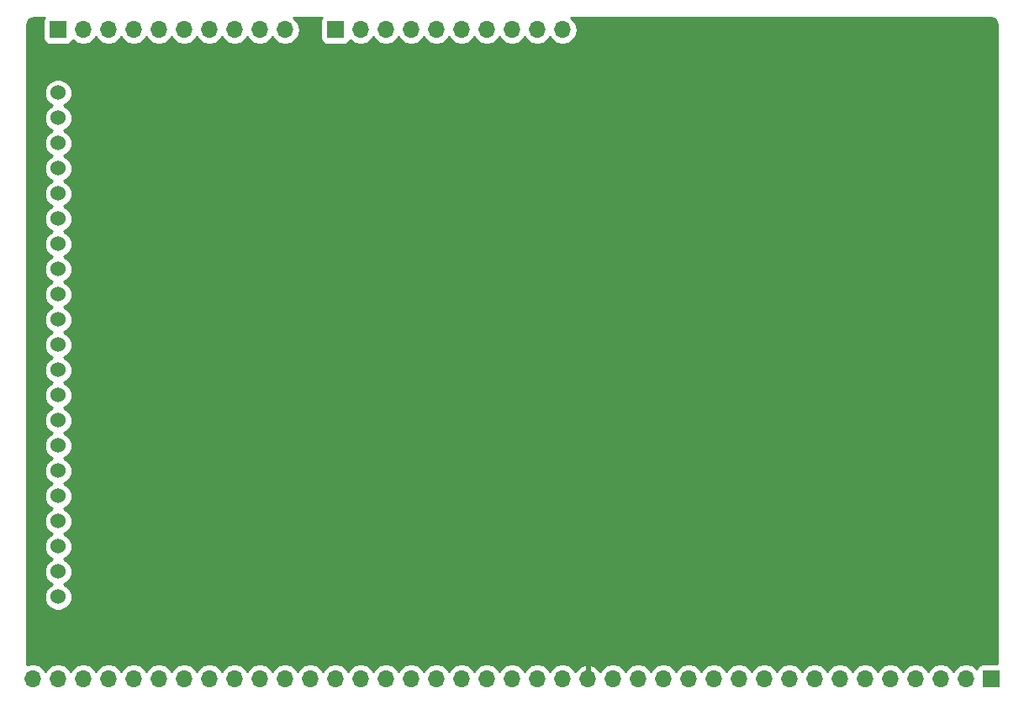
<source format=gbl>
G04 #@! TF.FileFunction,Copper,L2,Bot,Signal*
%FSLAX46Y46*%
G04 Gerber Fmt 4.6, Leading zero omitted, Abs format (unit mm)*
G04 Created by KiCad (PCBNEW 4.0.7) date 12/31/19 01:04:41*
%MOMM*%
%LPD*%
G01*
G04 APERTURE LIST*
%ADD10C,0.100000*%
%ADD11R,1.700000X1.700000*%
%ADD12O,1.700000X1.700000*%
%ADD13C,1.524000*%
%ADD14C,0.254000*%
G04 APERTURE END LIST*
D10*
D11*
X104140000Y-80010000D03*
D12*
X106680000Y-80010000D03*
X109220000Y-80010000D03*
X111760000Y-80010000D03*
X114300000Y-80010000D03*
X116840000Y-80010000D03*
X119380000Y-80010000D03*
X121920000Y-80010000D03*
X124460000Y-80010000D03*
X127000000Y-80010000D03*
D11*
X132080000Y-80010000D03*
D12*
X134620000Y-80010000D03*
X137160000Y-80010000D03*
X139700000Y-80010000D03*
X142240000Y-80010000D03*
X144780000Y-80010000D03*
X147320000Y-80010000D03*
X149860000Y-80010000D03*
X152400000Y-80010000D03*
X154940000Y-80010000D03*
D11*
X198120000Y-145415000D03*
D12*
X195580000Y-145415000D03*
X193040000Y-145415000D03*
X190500000Y-145415000D03*
X187960000Y-145415000D03*
X185420000Y-145415000D03*
X182880000Y-145415000D03*
X180340000Y-145415000D03*
X177800000Y-145415000D03*
X175260000Y-145415000D03*
X172720000Y-145415000D03*
X170180000Y-145415000D03*
X167640000Y-145415000D03*
X165100000Y-145415000D03*
X162560000Y-145415000D03*
X160020000Y-145415000D03*
X157480000Y-145415000D03*
X154940000Y-145415000D03*
X152400000Y-145415000D03*
X149860000Y-145415000D03*
X147320000Y-145415000D03*
X144780000Y-145415000D03*
X142240000Y-145415000D03*
X139700000Y-145415000D03*
X137160000Y-145415000D03*
X134620000Y-145415000D03*
X132080000Y-145415000D03*
X129540000Y-145415000D03*
X127000000Y-145415000D03*
X124460000Y-145415000D03*
X121920000Y-145415000D03*
X119380000Y-145415000D03*
X116840000Y-145415000D03*
X114300000Y-145415000D03*
X111760000Y-145415000D03*
X109220000Y-145415000D03*
X106680000Y-145415000D03*
X104140000Y-145415000D03*
X101600000Y-145415000D03*
D13*
X106680000Y-137160000D03*
X106680000Y-134620000D03*
X106680000Y-132080000D03*
X106680000Y-129540000D03*
X106680000Y-127000000D03*
X106680000Y-124460000D03*
X106680000Y-121920000D03*
X106680000Y-119380000D03*
X106680000Y-116840000D03*
X106680000Y-114300000D03*
X106680000Y-111760000D03*
X106680000Y-109220000D03*
X106680000Y-106680000D03*
X106680000Y-104140000D03*
X106680000Y-101600000D03*
X106680000Y-99060000D03*
X106680000Y-96520000D03*
X106680000Y-93980000D03*
X106680000Y-91440000D03*
X106680000Y-88900000D03*
X106680000Y-86360000D03*
X104140000Y-137160000D03*
X104140000Y-134620000D03*
X104140000Y-132080000D03*
X104140000Y-129540000D03*
X104140000Y-127000000D03*
X104140000Y-124460000D03*
X104140000Y-121920000D03*
X104140000Y-119380000D03*
X104140000Y-116840000D03*
X104140000Y-114300000D03*
X104140000Y-111760000D03*
X104140000Y-109220000D03*
X104140000Y-106680000D03*
X104140000Y-104140000D03*
X104140000Y-101600000D03*
X104140000Y-99060000D03*
X104140000Y-96520000D03*
X104140000Y-93980000D03*
X104140000Y-91440000D03*
X104140000Y-88900000D03*
X104140000Y-86360000D03*
X109220000Y-137160000D03*
X109220000Y-134620000D03*
X109220000Y-132080000D03*
X109220000Y-129540000D03*
X109220000Y-127000000D03*
X109220000Y-124460000D03*
X109220000Y-121920000D03*
X109220000Y-119380000D03*
X109220000Y-116840000D03*
X109220000Y-114300000D03*
X109220000Y-111760000D03*
X109220000Y-109220000D03*
X109220000Y-106680000D03*
X109220000Y-104140000D03*
X109220000Y-101600000D03*
X109220000Y-99060000D03*
X109220000Y-96520000D03*
X109220000Y-93980000D03*
X109220000Y-91440000D03*
X109220000Y-88900000D03*
X109220000Y-86360000D03*
X111760000Y-137160000D03*
X111760000Y-134620000D03*
X111760000Y-132080000D03*
X111760000Y-129540000D03*
X111760000Y-127000000D03*
X111760000Y-124460000D03*
X111760000Y-121920000D03*
X111760000Y-119380000D03*
X111760000Y-116840000D03*
X111760000Y-114300000D03*
X111760000Y-111760000D03*
X111760000Y-109220000D03*
X111760000Y-106680000D03*
X111760000Y-104140000D03*
X111760000Y-101600000D03*
X111760000Y-99060000D03*
X111760000Y-96520000D03*
X111760000Y-93980000D03*
X111760000Y-91440000D03*
X111760000Y-88900000D03*
X111760000Y-86360000D03*
X114300000Y-137160000D03*
X114300000Y-134620000D03*
X114300000Y-132080000D03*
X114300000Y-129540000D03*
X114300000Y-127000000D03*
X114300000Y-124460000D03*
X114300000Y-121920000D03*
X114300000Y-119380000D03*
X114300000Y-116840000D03*
X114300000Y-114300000D03*
X114300000Y-111760000D03*
X114300000Y-109220000D03*
X114300000Y-106680000D03*
X114300000Y-104140000D03*
X114300000Y-101600000D03*
X114300000Y-99060000D03*
X114300000Y-96520000D03*
X114300000Y-93980000D03*
X114300000Y-91440000D03*
X114300000Y-88900000D03*
X114300000Y-86360000D03*
X116840000Y-137160000D03*
X116840000Y-134620000D03*
X116840000Y-132080000D03*
X116840000Y-129540000D03*
X116840000Y-127000000D03*
X116840000Y-124460000D03*
X116840000Y-121920000D03*
X116840000Y-119380000D03*
X116840000Y-116840000D03*
X116840000Y-114300000D03*
X116840000Y-111760000D03*
X116840000Y-109220000D03*
X116840000Y-106680000D03*
X116840000Y-104140000D03*
X116840000Y-101600000D03*
X116840000Y-99060000D03*
X116840000Y-96520000D03*
X116840000Y-93980000D03*
X116840000Y-91440000D03*
X116840000Y-88900000D03*
X116840000Y-86360000D03*
X119380000Y-137160000D03*
X119380000Y-134620000D03*
X119380000Y-132080000D03*
X119380000Y-129540000D03*
X119380000Y-127000000D03*
X119380000Y-124460000D03*
X119380000Y-121920000D03*
X119380000Y-119380000D03*
X119380000Y-116840000D03*
X119380000Y-114300000D03*
X119380000Y-111760000D03*
X119380000Y-109220000D03*
X119380000Y-106680000D03*
X119380000Y-104140000D03*
X119380000Y-101600000D03*
X119380000Y-99060000D03*
X119380000Y-96520000D03*
X119380000Y-93980000D03*
X119380000Y-91440000D03*
X119380000Y-88900000D03*
X119380000Y-86360000D03*
X121920000Y-137160000D03*
X121920000Y-134620000D03*
X121920000Y-132080000D03*
X121920000Y-129540000D03*
X121920000Y-127000000D03*
X121920000Y-124460000D03*
X121920000Y-121920000D03*
X121920000Y-119380000D03*
X121920000Y-116840000D03*
X121920000Y-114300000D03*
X121920000Y-111760000D03*
X121920000Y-109220000D03*
X121920000Y-106680000D03*
X121920000Y-104140000D03*
X121920000Y-101600000D03*
X121920000Y-99060000D03*
X121920000Y-96520000D03*
X121920000Y-93980000D03*
X121920000Y-91440000D03*
X121920000Y-88900000D03*
X121920000Y-86360000D03*
X124460000Y-137160000D03*
X124460000Y-134620000D03*
X124460000Y-132080000D03*
X124460000Y-129540000D03*
X124460000Y-127000000D03*
X124460000Y-124460000D03*
X124460000Y-121920000D03*
X124460000Y-119380000D03*
X124460000Y-116840000D03*
X124460000Y-114300000D03*
X124460000Y-111760000D03*
X124460000Y-109220000D03*
X124460000Y-106680000D03*
X124460000Y-104140000D03*
X124460000Y-101600000D03*
X124460000Y-99060000D03*
X124460000Y-96520000D03*
X124460000Y-93980000D03*
X124460000Y-91440000D03*
X124460000Y-88900000D03*
X124460000Y-86360000D03*
X127000000Y-137160000D03*
X127000000Y-134620000D03*
X127000000Y-132080000D03*
X127000000Y-129540000D03*
X127000000Y-127000000D03*
X127000000Y-124460000D03*
X127000000Y-121920000D03*
X127000000Y-119380000D03*
X127000000Y-116840000D03*
X127000000Y-114300000D03*
X127000000Y-111760000D03*
X127000000Y-109220000D03*
X127000000Y-106680000D03*
X127000000Y-104140000D03*
X127000000Y-101600000D03*
X127000000Y-99060000D03*
X127000000Y-96520000D03*
X127000000Y-93980000D03*
X127000000Y-91440000D03*
X127000000Y-88900000D03*
X127000000Y-86360000D03*
X129540000Y-137160000D03*
X129540000Y-134620000D03*
X129540000Y-132080000D03*
X129540000Y-129540000D03*
X129540000Y-127000000D03*
X129540000Y-124460000D03*
X129540000Y-121920000D03*
X129540000Y-119380000D03*
X129540000Y-116840000D03*
X129540000Y-114300000D03*
X129540000Y-111760000D03*
X129540000Y-109220000D03*
X129540000Y-106680000D03*
X129540000Y-104140000D03*
X129540000Y-101600000D03*
X129540000Y-99060000D03*
X129540000Y-96520000D03*
X129540000Y-93980000D03*
X129540000Y-91440000D03*
X129540000Y-88900000D03*
X129540000Y-86360000D03*
X132080000Y-137160000D03*
X132080000Y-134620000D03*
X132080000Y-132080000D03*
X132080000Y-129540000D03*
X132080000Y-127000000D03*
X132080000Y-124460000D03*
X132080000Y-121920000D03*
X132080000Y-119380000D03*
X132080000Y-116840000D03*
X132080000Y-114300000D03*
X132080000Y-111760000D03*
X132080000Y-109220000D03*
X132080000Y-106680000D03*
X132080000Y-104140000D03*
X132080000Y-101600000D03*
X132080000Y-99060000D03*
X132080000Y-96520000D03*
X132080000Y-93980000D03*
X132080000Y-91440000D03*
X132080000Y-88900000D03*
X132080000Y-86360000D03*
X134620000Y-137160000D03*
X134620000Y-134620000D03*
X134620000Y-132080000D03*
X134620000Y-129540000D03*
X134620000Y-127000000D03*
X134620000Y-124460000D03*
X134620000Y-121920000D03*
X134620000Y-119380000D03*
X134620000Y-116840000D03*
X134620000Y-114300000D03*
X134620000Y-111760000D03*
X134620000Y-109220000D03*
X134620000Y-106680000D03*
X134620000Y-104140000D03*
X134620000Y-101600000D03*
X134620000Y-99060000D03*
X134620000Y-96520000D03*
X134620000Y-93980000D03*
X134620000Y-91440000D03*
X134620000Y-88900000D03*
X134620000Y-86360000D03*
X137160000Y-137160000D03*
X137160000Y-134620000D03*
X137160000Y-132080000D03*
X137160000Y-129540000D03*
X137160000Y-127000000D03*
X137160000Y-124460000D03*
X137160000Y-121920000D03*
X137160000Y-119380000D03*
X137160000Y-116840000D03*
X137160000Y-114300000D03*
X137160000Y-111760000D03*
X137160000Y-109220000D03*
X137160000Y-106680000D03*
X137160000Y-104140000D03*
X137160000Y-101600000D03*
X137160000Y-99060000D03*
X137160000Y-96520000D03*
X137160000Y-93980000D03*
X137160000Y-91440000D03*
X137160000Y-88900000D03*
X137160000Y-86360000D03*
X139700000Y-137160000D03*
X139700000Y-134620000D03*
X139700000Y-132080000D03*
X139700000Y-129540000D03*
X139700000Y-127000000D03*
X139700000Y-124460000D03*
X139700000Y-121920000D03*
X139700000Y-119380000D03*
X139700000Y-116840000D03*
X139700000Y-114300000D03*
X139700000Y-111760000D03*
X139700000Y-109220000D03*
X139700000Y-106680000D03*
X139700000Y-104140000D03*
X139700000Y-101600000D03*
X139700000Y-99060000D03*
X139700000Y-96520000D03*
X139700000Y-93980000D03*
X139700000Y-91440000D03*
X139700000Y-88900000D03*
X139700000Y-86360000D03*
X142240000Y-137160000D03*
X142240000Y-134620000D03*
X142240000Y-132080000D03*
X142240000Y-129540000D03*
X142240000Y-127000000D03*
X142240000Y-124460000D03*
X142240000Y-121920000D03*
X142240000Y-119380000D03*
X142240000Y-116840000D03*
X142240000Y-114300000D03*
X142240000Y-111760000D03*
X142240000Y-109220000D03*
X142240000Y-106680000D03*
X142240000Y-104140000D03*
X142240000Y-101600000D03*
X142240000Y-99060000D03*
X142240000Y-96520000D03*
X142240000Y-93980000D03*
X142240000Y-91440000D03*
X142240000Y-88900000D03*
X142240000Y-86360000D03*
X144780000Y-137160000D03*
X144780000Y-134620000D03*
X144780000Y-132080000D03*
X144780000Y-129540000D03*
X144780000Y-127000000D03*
X144780000Y-124460000D03*
X144780000Y-121920000D03*
X144780000Y-119380000D03*
X144780000Y-116840000D03*
X144780000Y-114300000D03*
X144780000Y-111760000D03*
X144780000Y-109220000D03*
X144780000Y-106680000D03*
X144780000Y-104140000D03*
X144780000Y-101600000D03*
X144780000Y-99060000D03*
X144780000Y-96520000D03*
X144780000Y-93980000D03*
X144780000Y-91440000D03*
X144780000Y-88900000D03*
X144780000Y-86360000D03*
X147320000Y-137160000D03*
X147320000Y-134620000D03*
X147320000Y-132080000D03*
X147320000Y-129540000D03*
X147320000Y-127000000D03*
X147320000Y-124460000D03*
X147320000Y-121920000D03*
X147320000Y-119380000D03*
X147320000Y-116840000D03*
X147320000Y-114300000D03*
X147320000Y-111760000D03*
X147320000Y-109220000D03*
X147320000Y-106680000D03*
X147320000Y-104140000D03*
X147320000Y-101600000D03*
X147320000Y-99060000D03*
X147320000Y-96520000D03*
X147320000Y-93980000D03*
X147320000Y-91440000D03*
X147320000Y-88900000D03*
X147320000Y-86360000D03*
X149860000Y-137160000D03*
X149860000Y-134620000D03*
X149860000Y-132080000D03*
X149860000Y-129540000D03*
X149860000Y-127000000D03*
X149860000Y-124460000D03*
X149860000Y-121920000D03*
X149860000Y-119380000D03*
X149860000Y-116840000D03*
X149860000Y-114300000D03*
X149860000Y-111760000D03*
X149860000Y-109220000D03*
X149860000Y-106680000D03*
X149860000Y-104140000D03*
X149860000Y-101600000D03*
X149860000Y-99060000D03*
X149860000Y-96520000D03*
X149860000Y-93980000D03*
X149860000Y-91440000D03*
X149860000Y-88900000D03*
X149860000Y-86360000D03*
X152400000Y-137160000D03*
X152400000Y-134620000D03*
X152400000Y-132080000D03*
X152400000Y-129540000D03*
X152400000Y-127000000D03*
X152400000Y-124460000D03*
X152400000Y-121920000D03*
X152400000Y-119380000D03*
X152400000Y-116840000D03*
X152400000Y-114300000D03*
X152400000Y-111760000D03*
X152400000Y-109220000D03*
X152400000Y-106680000D03*
X152400000Y-104140000D03*
X152400000Y-101600000D03*
X152400000Y-99060000D03*
X152400000Y-96520000D03*
X152400000Y-93980000D03*
X152400000Y-91440000D03*
X152400000Y-88900000D03*
X152400000Y-86360000D03*
X154940000Y-137160000D03*
X154940000Y-134620000D03*
X154940000Y-132080000D03*
X154940000Y-129540000D03*
X154940000Y-127000000D03*
X154940000Y-124460000D03*
X154940000Y-121920000D03*
X154940000Y-119380000D03*
X154940000Y-116840000D03*
X154940000Y-114300000D03*
X154940000Y-111760000D03*
X154940000Y-109220000D03*
X154940000Y-106680000D03*
X154940000Y-104140000D03*
X154940000Y-101600000D03*
X154940000Y-99060000D03*
X154940000Y-96520000D03*
X154940000Y-93980000D03*
X154940000Y-91440000D03*
X154940000Y-88900000D03*
X154940000Y-86360000D03*
X157480000Y-137160000D03*
X157480000Y-134620000D03*
X157480000Y-132080000D03*
X157480000Y-129540000D03*
X157480000Y-127000000D03*
X157480000Y-124460000D03*
X157480000Y-121920000D03*
X157480000Y-119380000D03*
X157480000Y-116840000D03*
X157480000Y-114300000D03*
X157480000Y-111760000D03*
X157480000Y-109220000D03*
X157480000Y-106680000D03*
X157480000Y-104140000D03*
X157480000Y-101600000D03*
X157480000Y-99060000D03*
X157480000Y-96520000D03*
X157480000Y-93980000D03*
X157480000Y-91440000D03*
X157480000Y-88900000D03*
X157480000Y-86360000D03*
X160020000Y-137160000D03*
X160020000Y-134620000D03*
X160020000Y-132080000D03*
X160020000Y-129540000D03*
X160020000Y-127000000D03*
X160020000Y-124460000D03*
X160020000Y-121920000D03*
X160020000Y-119380000D03*
X160020000Y-116840000D03*
X160020000Y-114300000D03*
X160020000Y-111760000D03*
X160020000Y-109220000D03*
X160020000Y-106680000D03*
X160020000Y-104140000D03*
X160020000Y-101600000D03*
X160020000Y-99060000D03*
X160020000Y-96520000D03*
X160020000Y-93980000D03*
X160020000Y-91440000D03*
X160020000Y-88900000D03*
X160020000Y-86360000D03*
X162560000Y-137160000D03*
X162560000Y-134620000D03*
X162560000Y-132080000D03*
X162560000Y-129540000D03*
X162560000Y-127000000D03*
X162560000Y-124460000D03*
X162560000Y-121920000D03*
X162560000Y-119380000D03*
X162560000Y-116840000D03*
X162560000Y-114300000D03*
X162560000Y-111760000D03*
X162560000Y-109220000D03*
X162560000Y-106680000D03*
X162560000Y-104140000D03*
X162560000Y-101600000D03*
X162560000Y-99060000D03*
X162560000Y-96520000D03*
X162560000Y-93980000D03*
X162560000Y-91440000D03*
X162560000Y-88900000D03*
X162560000Y-86360000D03*
X165100000Y-137160000D03*
X165100000Y-134620000D03*
X165100000Y-132080000D03*
X165100000Y-129540000D03*
X165100000Y-127000000D03*
X165100000Y-124460000D03*
X165100000Y-121920000D03*
X165100000Y-119380000D03*
X165100000Y-116840000D03*
X165100000Y-114300000D03*
X165100000Y-111760000D03*
X165100000Y-109220000D03*
X165100000Y-106680000D03*
X165100000Y-104140000D03*
X165100000Y-101600000D03*
X165100000Y-99060000D03*
X165100000Y-96520000D03*
X165100000Y-93980000D03*
X165100000Y-91440000D03*
X165100000Y-88900000D03*
X165100000Y-86360000D03*
X167640000Y-137160000D03*
X167640000Y-134620000D03*
X167640000Y-132080000D03*
X167640000Y-129540000D03*
X167640000Y-127000000D03*
X167640000Y-124460000D03*
X167640000Y-121920000D03*
X167640000Y-119380000D03*
X167640000Y-116840000D03*
X167640000Y-114300000D03*
X167640000Y-111760000D03*
X167640000Y-109220000D03*
X167640000Y-106680000D03*
X167640000Y-104140000D03*
X167640000Y-101600000D03*
X167640000Y-99060000D03*
X167640000Y-96520000D03*
X167640000Y-93980000D03*
X167640000Y-91440000D03*
X167640000Y-88900000D03*
X167640000Y-86360000D03*
X170180000Y-137160000D03*
X170180000Y-134620000D03*
X170180000Y-132080000D03*
X170180000Y-129540000D03*
X170180000Y-127000000D03*
X170180000Y-124460000D03*
X170180000Y-121920000D03*
X170180000Y-119380000D03*
X170180000Y-116840000D03*
X170180000Y-114300000D03*
X170180000Y-111760000D03*
X170180000Y-109220000D03*
X170180000Y-106680000D03*
X170180000Y-104140000D03*
X170180000Y-101600000D03*
X170180000Y-99060000D03*
X170180000Y-96520000D03*
X170180000Y-93980000D03*
X170180000Y-91440000D03*
X170180000Y-88900000D03*
X170180000Y-86360000D03*
X172720000Y-137160000D03*
X172720000Y-134620000D03*
X172720000Y-132080000D03*
X172720000Y-129540000D03*
X172720000Y-127000000D03*
X172720000Y-124460000D03*
X172720000Y-121920000D03*
X172720000Y-119380000D03*
X172720000Y-116840000D03*
X172720000Y-114300000D03*
X172720000Y-111760000D03*
X172720000Y-109220000D03*
X172720000Y-106680000D03*
X172720000Y-104140000D03*
X172720000Y-101600000D03*
X172720000Y-99060000D03*
X172720000Y-96520000D03*
X172720000Y-93980000D03*
X172720000Y-91440000D03*
X172720000Y-88900000D03*
X172720000Y-86360000D03*
X175260000Y-137160000D03*
X175260000Y-134620000D03*
X175260000Y-132080000D03*
X175260000Y-129540000D03*
X175260000Y-127000000D03*
X175260000Y-124460000D03*
X175260000Y-121920000D03*
X175260000Y-119380000D03*
X175260000Y-116840000D03*
X175260000Y-114300000D03*
X175260000Y-111760000D03*
X175260000Y-109220000D03*
X175260000Y-106680000D03*
X175260000Y-104140000D03*
X175260000Y-101600000D03*
X175260000Y-99060000D03*
X175260000Y-96520000D03*
X175260000Y-93980000D03*
X175260000Y-91440000D03*
X175260000Y-88900000D03*
X175260000Y-86360000D03*
X177800000Y-137160000D03*
X177800000Y-134620000D03*
X177800000Y-132080000D03*
X177800000Y-129540000D03*
X177800000Y-127000000D03*
X177800000Y-124460000D03*
X177800000Y-121920000D03*
X177800000Y-119380000D03*
X177800000Y-116840000D03*
X177800000Y-114300000D03*
X177800000Y-111760000D03*
X177800000Y-109220000D03*
X177800000Y-106680000D03*
X177800000Y-104140000D03*
X177800000Y-101600000D03*
X177800000Y-99060000D03*
X177800000Y-96520000D03*
X177800000Y-93980000D03*
X177800000Y-91440000D03*
X177800000Y-88900000D03*
X177800000Y-86360000D03*
X180340000Y-137160000D03*
X180340000Y-134620000D03*
X180340000Y-132080000D03*
X180340000Y-129540000D03*
X180340000Y-127000000D03*
X180340000Y-124460000D03*
X180340000Y-121920000D03*
X180340000Y-119380000D03*
X180340000Y-116840000D03*
X180340000Y-114300000D03*
X180340000Y-111760000D03*
X180340000Y-109220000D03*
X180340000Y-106680000D03*
X180340000Y-104140000D03*
X180340000Y-101600000D03*
X180340000Y-99060000D03*
X180340000Y-96520000D03*
X180340000Y-93980000D03*
X180340000Y-91440000D03*
X180340000Y-88900000D03*
X180340000Y-86360000D03*
X182880000Y-137160000D03*
X182880000Y-134620000D03*
X182880000Y-132080000D03*
X182880000Y-129540000D03*
X182880000Y-127000000D03*
X182880000Y-124460000D03*
X182880000Y-121920000D03*
X182880000Y-119380000D03*
X182880000Y-116840000D03*
X182880000Y-114300000D03*
X182880000Y-111760000D03*
X182880000Y-109220000D03*
X182880000Y-106680000D03*
X182880000Y-104140000D03*
X182880000Y-101600000D03*
X182880000Y-99060000D03*
X182880000Y-96520000D03*
X182880000Y-93980000D03*
X182880000Y-91440000D03*
X182880000Y-88900000D03*
X182880000Y-86360000D03*
X185420000Y-137160000D03*
X185420000Y-134620000D03*
X185420000Y-132080000D03*
X185420000Y-129540000D03*
X185420000Y-127000000D03*
X185420000Y-124460000D03*
X185420000Y-121920000D03*
X185420000Y-119380000D03*
X185420000Y-116840000D03*
X185420000Y-114300000D03*
X185420000Y-111760000D03*
X185420000Y-109220000D03*
X185420000Y-106680000D03*
X185420000Y-104140000D03*
X185420000Y-101600000D03*
X185420000Y-99060000D03*
X185420000Y-96520000D03*
X185420000Y-93980000D03*
X185420000Y-91440000D03*
X185420000Y-88900000D03*
X185420000Y-86360000D03*
X187960000Y-137160000D03*
X187960000Y-134620000D03*
X187960000Y-132080000D03*
X187960000Y-129540000D03*
X187960000Y-127000000D03*
X187960000Y-124460000D03*
X187960000Y-121920000D03*
X187960000Y-119380000D03*
X187960000Y-116840000D03*
X187960000Y-114300000D03*
X187960000Y-111760000D03*
X187960000Y-109220000D03*
X187960000Y-106680000D03*
X187960000Y-104140000D03*
X187960000Y-101600000D03*
X187960000Y-99060000D03*
X187960000Y-96520000D03*
X187960000Y-93980000D03*
X187960000Y-91440000D03*
X187960000Y-88900000D03*
X187960000Y-86360000D03*
X190500000Y-137160000D03*
X190500000Y-134620000D03*
X190500000Y-132080000D03*
X190500000Y-129540000D03*
X190500000Y-127000000D03*
X190500000Y-124460000D03*
X190500000Y-121920000D03*
X190500000Y-119380000D03*
X190500000Y-116840000D03*
X190500000Y-114300000D03*
X190500000Y-111760000D03*
X190500000Y-109220000D03*
X190500000Y-106680000D03*
X190500000Y-104140000D03*
X190500000Y-101600000D03*
X190500000Y-99060000D03*
X190500000Y-96520000D03*
X190500000Y-93980000D03*
X190500000Y-91440000D03*
X190500000Y-88900000D03*
X190500000Y-86360000D03*
X193040000Y-137160000D03*
X193040000Y-134620000D03*
X193040000Y-132080000D03*
X193040000Y-129540000D03*
X193040000Y-127000000D03*
X193040000Y-124460000D03*
X193040000Y-121920000D03*
X193040000Y-119380000D03*
X193040000Y-116840000D03*
X193040000Y-114300000D03*
X193040000Y-111760000D03*
X193040000Y-109220000D03*
X193040000Y-106680000D03*
X193040000Y-104140000D03*
X193040000Y-101600000D03*
X193040000Y-99060000D03*
X193040000Y-96520000D03*
X193040000Y-93980000D03*
X193040000Y-91440000D03*
X193040000Y-88900000D03*
X193040000Y-86360000D03*
X195580000Y-137160000D03*
X195580000Y-134620000D03*
X195580000Y-132080000D03*
X195580000Y-129540000D03*
X195580000Y-127000000D03*
X195580000Y-124460000D03*
X195580000Y-121920000D03*
X195580000Y-119380000D03*
X195580000Y-116840000D03*
X195580000Y-114300000D03*
X195580000Y-111760000D03*
X195580000Y-109220000D03*
X195580000Y-106680000D03*
X195580000Y-104140000D03*
X195580000Y-101600000D03*
X195580000Y-99060000D03*
X195580000Y-96520000D03*
X195580000Y-93980000D03*
X195580000Y-91440000D03*
X195580000Y-88900000D03*
X195580000Y-86360000D03*
D14*
G36*
X102693569Y-78908110D02*
X102642560Y-79160000D01*
X102642560Y-80860000D01*
X102686838Y-81095317D01*
X102825910Y-81311441D01*
X103038110Y-81456431D01*
X103290000Y-81507440D01*
X104990000Y-81507440D01*
X105225317Y-81463162D01*
X105441441Y-81324090D01*
X105586431Y-81111890D01*
X105600086Y-81044459D01*
X105629946Y-81089147D01*
X106111715Y-81411054D01*
X106680000Y-81524093D01*
X107248285Y-81411054D01*
X107730054Y-81089147D01*
X107950000Y-80759974D01*
X108169946Y-81089147D01*
X108651715Y-81411054D01*
X109220000Y-81524093D01*
X109788285Y-81411054D01*
X110270054Y-81089147D01*
X110490000Y-80759974D01*
X110709946Y-81089147D01*
X111191715Y-81411054D01*
X111760000Y-81524093D01*
X112328285Y-81411054D01*
X112810054Y-81089147D01*
X113030000Y-80759974D01*
X113249946Y-81089147D01*
X113731715Y-81411054D01*
X114300000Y-81524093D01*
X114868285Y-81411054D01*
X115350054Y-81089147D01*
X115570000Y-80759974D01*
X115789946Y-81089147D01*
X116271715Y-81411054D01*
X116840000Y-81524093D01*
X117408285Y-81411054D01*
X117890054Y-81089147D01*
X118110000Y-80759974D01*
X118329946Y-81089147D01*
X118811715Y-81411054D01*
X119380000Y-81524093D01*
X119948285Y-81411054D01*
X120430054Y-81089147D01*
X120650000Y-80759974D01*
X120869946Y-81089147D01*
X121351715Y-81411054D01*
X121920000Y-81524093D01*
X122488285Y-81411054D01*
X122970054Y-81089147D01*
X123190000Y-80759974D01*
X123409946Y-81089147D01*
X123891715Y-81411054D01*
X124460000Y-81524093D01*
X125028285Y-81411054D01*
X125510054Y-81089147D01*
X125730000Y-80759974D01*
X125949946Y-81089147D01*
X126431715Y-81411054D01*
X127000000Y-81524093D01*
X127568285Y-81411054D01*
X128050054Y-81089147D01*
X128371961Y-80607378D01*
X128485000Y-80039093D01*
X128485000Y-79980907D01*
X128371961Y-79412622D01*
X128050054Y-78930853D01*
X127876667Y-78815000D01*
X130697188Y-78815000D01*
X130633569Y-78908110D01*
X130582560Y-79160000D01*
X130582560Y-80860000D01*
X130626838Y-81095317D01*
X130765910Y-81311441D01*
X130978110Y-81456431D01*
X131230000Y-81507440D01*
X132930000Y-81507440D01*
X133165317Y-81463162D01*
X133381441Y-81324090D01*
X133526431Y-81111890D01*
X133540086Y-81044459D01*
X133569946Y-81089147D01*
X134051715Y-81411054D01*
X134620000Y-81524093D01*
X135188285Y-81411054D01*
X135670054Y-81089147D01*
X135890000Y-80759974D01*
X136109946Y-81089147D01*
X136591715Y-81411054D01*
X137160000Y-81524093D01*
X137728285Y-81411054D01*
X138210054Y-81089147D01*
X138430000Y-80759974D01*
X138649946Y-81089147D01*
X139131715Y-81411054D01*
X139700000Y-81524093D01*
X140268285Y-81411054D01*
X140750054Y-81089147D01*
X140970000Y-80759974D01*
X141189946Y-81089147D01*
X141671715Y-81411054D01*
X142240000Y-81524093D01*
X142808285Y-81411054D01*
X143290054Y-81089147D01*
X143510000Y-80759974D01*
X143729946Y-81089147D01*
X144211715Y-81411054D01*
X144780000Y-81524093D01*
X145348285Y-81411054D01*
X145830054Y-81089147D01*
X146050000Y-80759974D01*
X146269946Y-81089147D01*
X146751715Y-81411054D01*
X147320000Y-81524093D01*
X147888285Y-81411054D01*
X148370054Y-81089147D01*
X148590000Y-80759974D01*
X148809946Y-81089147D01*
X149291715Y-81411054D01*
X149860000Y-81524093D01*
X150428285Y-81411054D01*
X150910054Y-81089147D01*
X151130000Y-80759974D01*
X151349946Y-81089147D01*
X151831715Y-81411054D01*
X152400000Y-81524093D01*
X152968285Y-81411054D01*
X153450054Y-81089147D01*
X153670000Y-80759974D01*
X153889946Y-81089147D01*
X154371715Y-81411054D01*
X154940000Y-81524093D01*
X155508285Y-81411054D01*
X155990054Y-81089147D01*
X156311961Y-80607378D01*
X156425000Y-80039093D01*
X156425000Y-79980907D01*
X156311961Y-79412622D01*
X155990054Y-78930853D01*
X155816667Y-78815000D01*
X198050070Y-78815000D01*
X198328979Y-78870478D01*
X198506145Y-78988856D01*
X198624521Y-79166019D01*
X198680000Y-79444931D01*
X198680000Y-143917560D01*
X197270000Y-143917560D01*
X197034683Y-143961838D01*
X196818559Y-144100910D01*
X196673569Y-144313110D01*
X196659914Y-144380541D01*
X196630054Y-144335853D01*
X196148285Y-144013946D01*
X195580000Y-143900907D01*
X195011715Y-144013946D01*
X194529946Y-144335853D01*
X194310000Y-144665026D01*
X194090054Y-144335853D01*
X193608285Y-144013946D01*
X193040000Y-143900907D01*
X192471715Y-144013946D01*
X191989946Y-144335853D01*
X191770000Y-144665026D01*
X191550054Y-144335853D01*
X191068285Y-144013946D01*
X190500000Y-143900907D01*
X189931715Y-144013946D01*
X189449946Y-144335853D01*
X189230000Y-144665026D01*
X189010054Y-144335853D01*
X188528285Y-144013946D01*
X187960000Y-143900907D01*
X187391715Y-144013946D01*
X186909946Y-144335853D01*
X186690000Y-144665026D01*
X186470054Y-144335853D01*
X185988285Y-144013946D01*
X185420000Y-143900907D01*
X184851715Y-144013946D01*
X184369946Y-144335853D01*
X184150000Y-144665026D01*
X183930054Y-144335853D01*
X183448285Y-144013946D01*
X182880000Y-143900907D01*
X182311715Y-144013946D01*
X181829946Y-144335853D01*
X181610000Y-144665026D01*
X181390054Y-144335853D01*
X180908285Y-144013946D01*
X180340000Y-143900907D01*
X179771715Y-144013946D01*
X179289946Y-144335853D01*
X179070000Y-144665026D01*
X178850054Y-144335853D01*
X178368285Y-144013946D01*
X177800000Y-143900907D01*
X177231715Y-144013946D01*
X176749946Y-144335853D01*
X176530000Y-144665026D01*
X176310054Y-144335853D01*
X175828285Y-144013946D01*
X175260000Y-143900907D01*
X174691715Y-144013946D01*
X174209946Y-144335853D01*
X173990000Y-144665026D01*
X173770054Y-144335853D01*
X173288285Y-144013946D01*
X172720000Y-143900907D01*
X172151715Y-144013946D01*
X171669946Y-144335853D01*
X171450000Y-144665026D01*
X171230054Y-144335853D01*
X170748285Y-144013946D01*
X170180000Y-143900907D01*
X169611715Y-144013946D01*
X169129946Y-144335853D01*
X168910000Y-144665026D01*
X168690054Y-144335853D01*
X168208285Y-144013946D01*
X167640000Y-143900907D01*
X167071715Y-144013946D01*
X166589946Y-144335853D01*
X166370000Y-144665026D01*
X166150054Y-144335853D01*
X165668285Y-144013946D01*
X165100000Y-143900907D01*
X164531715Y-144013946D01*
X164049946Y-144335853D01*
X163830000Y-144665026D01*
X163610054Y-144335853D01*
X163128285Y-144013946D01*
X162560000Y-143900907D01*
X161991715Y-144013946D01*
X161509946Y-144335853D01*
X161290000Y-144665026D01*
X161070054Y-144335853D01*
X160588285Y-144013946D01*
X160020000Y-143900907D01*
X159451715Y-144013946D01*
X158969946Y-144335853D01*
X158742298Y-144676553D01*
X158675183Y-144533642D01*
X158246924Y-144143355D01*
X157836890Y-143973524D01*
X157607000Y-144094845D01*
X157607000Y-145288000D01*
X157627000Y-145288000D01*
X157627000Y-145542000D01*
X157607000Y-145542000D01*
X157607000Y-145562000D01*
X157353000Y-145562000D01*
X157353000Y-145542000D01*
X157333000Y-145542000D01*
X157333000Y-145288000D01*
X157353000Y-145288000D01*
X157353000Y-144094845D01*
X157123110Y-143973524D01*
X156713076Y-144143355D01*
X156284817Y-144533642D01*
X156217702Y-144676553D01*
X155990054Y-144335853D01*
X155508285Y-144013946D01*
X154940000Y-143900907D01*
X154371715Y-144013946D01*
X153889946Y-144335853D01*
X153670000Y-144665026D01*
X153450054Y-144335853D01*
X152968285Y-144013946D01*
X152400000Y-143900907D01*
X151831715Y-144013946D01*
X151349946Y-144335853D01*
X151130000Y-144665026D01*
X150910054Y-144335853D01*
X150428285Y-144013946D01*
X149860000Y-143900907D01*
X149291715Y-144013946D01*
X148809946Y-144335853D01*
X148590000Y-144665026D01*
X148370054Y-144335853D01*
X147888285Y-144013946D01*
X147320000Y-143900907D01*
X146751715Y-144013946D01*
X146269946Y-144335853D01*
X146050000Y-144665026D01*
X145830054Y-144335853D01*
X145348285Y-144013946D01*
X144780000Y-143900907D01*
X144211715Y-144013946D01*
X143729946Y-144335853D01*
X143510000Y-144665026D01*
X143290054Y-144335853D01*
X142808285Y-144013946D01*
X142240000Y-143900907D01*
X141671715Y-144013946D01*
X141189946Y-144335853D01*
X140970000Y-144665026D01*
X140750054Y-144335853D01*
X140268285Y-144013946D01*
X139700000Y-143900907D01*
X139131715Y-144013946D01*
X138649946Y-144335853D01*
X138430000Y-144665026D01*
X138210054Y-144335853D01*
X137728285Y-144013946D01*
X137160000Y-143900907D01*
X136591715Y-144013946D01*
X136109946Y-144335853D01*
X135890000Y-144665026D01*
X135670054Y-144335853D01*
X135188285Y-144013946D01*
X134620000Y-143900907D01*
X134051715Y-144013946D01*
X133569946Y-144335853D01*
X133350000Y-144665026D01*
X133130054Y-144335853D01*
X132648285Y-144013946D01*
X132080000Y-143900907D01*
X131511715Y-144013946D01*
X131029946Y-144335853D01*
X130810000Y-144665026D01*
X130590054Y-144335853D01*
X130108285Y-144013946D01*
X129540000Y-143900907D01*
X128971715Y-144013946D01*
X128489946Y-144335853D01*
X128270000Y-144665026D01*
X128050054Y-144335853D01*
X127568285Y-144013946D01*
X127000000Y-143900907D01*
X126431715Y-144013946D01*
X125949946Y-144335853D01*
X125730000Y-144665026D01*
X125510054Y-144335853D01*
X125028285Y-144013946D01*
X124460000Y-143900907D01*
X123891715Y-144013946D01*
X123409946Y-144335853D01*
X123190000Y-144665026D01*
X122970054Y-144335853D01*
X122488285Y-144013946D01*
X121920000Y-143900907D01*
X121351715Y-144013946D01*
X120869946Y-144335853D01*
X120650000Y-144665026D01*
X120430054Y-144335853D01*
X119948285Y-144013946D01*
X119380000Y-143900907D01*
X118811715Y-144013946D01*
X118329946Y-144335853D01*
X118110000Y-144665026D01*
X117890054Y-144335853D01*
X117408285Y-144013946D01*
X116840000Y-143900907D01*
X116271715Y-144013946D01*
X115789946Y-144335853D01*
X115570000Y-144665026D01*
X115350054Y-144335853D01*
X114868285Y-144013946D01*
X114300000Y-143900907D01*
X113731715Y-144013946D01*
X113249946Y-144335853D01*
X113030000Y-144665026D01*
X112810054Y-144335853D01*
X112328285Y-144013946D01*
X111760000Y-143900907D01*
X111191715Y-144013946D01*
X110709946Y-144335853D01*
X110490000Y-144665026D01*
X110270054Y-144335853D01*
X109788285Y-144013946D01*
X109220000Y-143900907D01*
X108651715Y-144013946D01*
X108169946Y-144335853D01*
X107950000Y-144665026D01*
X107730054Y-144335853D01*
X107248285Y-144013946D01*
X106680000Y-143900907D01*
X106111715Y-144013946D01*
X105629946Y-144335853D01*
X105410000Y-144665026D01*
X105190054Y-144335853D01*
X104708285Y-144013946D01*
X104140000Y-143900907D01*
X103571715Y-144013946D01*
X103089946Y-144335853D01*
X102870000Y-144665026D01*
X102650054Y-144335853D01*
X102168285Y-144013946D01*
X101600000Y-143900907D01*
X101040000Y-144012298D01*
X101040000Y-86636661D01*
X102742758Y-86636661D01*
X102954990Y-87150303D01*
X103347630Y-87543629D01*
X103555512Y-87629949D01*
X103349697Y-87714990D01*
X102956371Y-88107630D01*
X102743243Y-88620900D01*
X102742758Y-89176661D01*
X102954990Y-89690303D01*
X103347630Y-90083629D01*
X103555512Y-90169949D01*
X103349697Y-90254990D01*
X102956371Y-90647630D01*
X102743243Y-91160900D01*
X102742758Y-91716661D01*
X102954990Y-92230303D01*
X103347630Y-92623629D01*
X103555512Y-92709949D01*
X103349697Y-92794990D01*
X102956371Y-93187630D01*
X102743243Y-93700900D01*
X102742758Y-94256661D01*
X102954990Y-94770303D01*
X103347630Y-95163629D01*
X103555512Y-95249949D01*
X103349697Y-95334990D01*
X102956371Y-95727630D01*
X102743243Y-96240900D01*
X102742758Y-96796661D01*
X102954990Y-97310303D01*
X103347630Y-97703629D01*
X103555512Y-97789949D01*
X103349697Y-97874990D01*
X102956371Y-98267630D01*
X102743243Y-98780900D01*
X102742758Y-99336661D01*
X102954990Y-99850303D01*
X103347630Y-100243629D01*
X103555512Y-100329949D01*
X103349697Y-100414990D01*
X102956371Y-100807630D01*
X102743243Y-101320900D01*
X102742758Y-101876661D01*
X102954990Y-102390303D01*
X103347630Y-102783629D01*
X103555512Y-102869949D01*
X103349697Y-102954990D01*
X102956371Y-103347630D01*
X102743243Y-103860900D01*
X102742758Y-104416661D01*
X102954990Y-104930303D01*
X103347630Y-105323629D01*
X103555512Y-105409949D01*
X103349697Y-105494990D01*
X102956371Y-105887630D01*
X102743243Y-106400900D01*
X102742758Y-106956661D01*
X102954990Y-107470303D01*
X103347630Y-107863629D01*
X103555512Y-107949949D01*
X103349697Y-108034990D01*
X102956371Y-108427630D01*
X102743243Y-108940900D01*
X102742758Y-109496661D01*
X102954990Y-110010303D01*
X103347630Y-110403629D01*
X103555512Y-110489949D01*
X103349697Y-110574990D01*
X102956371Y-110967630D01*
X102743243Y-111480900D01*
X102742758Y-112036661D01*
X102954990Y-112550303D01*
X103347630Y-112943629D01*
X103555512Y-113029949D01*
X103349697Y-113114990D01*
X102956371Y-113507630D01*
X102743243Y-114020900D01*
X102742758Y-114576661D01*
X102954990Y-115090303D01*
X103347630Y-115483629D01*
X103555512Y-115569949D01*
X103349697Y-115654990D01*
X102956371Y-116047630D01*
X102743243Y-116560900D01*
X102742758Y-117116661D01*
X102954990Y-117630303D01*
X103347630Y-118023629D01*
X103555512Y-118109949D01*
X103349697Y-118194990D01*
X102956371Y-118587630D01*
X102743243Y-119100900D01*
X102742758Y-119656661D01*
X102954990Y-120170303D01*
X103347630Y-120563629D01*
X103555512Y-120649949D01*
X103349697Y-120734990D01*
X102956371Y-121127630D01*
X102743243Y-121640900D01*
X102742758Y-122196661D01*
X102954990Y-122710303D01*
X103347630Y-123103629D01*
X103555512Y-123189949D01*
X103349697Y-123274990D01*
X102956371Y-123667630D01*
X102743243Y-124180900D01*
X102742758Y-124736661D01*
X102954990Y-125250303D01*
X103347630Y-125643629D01*
X103555512Y-125729949D01*
X103349697Y-125814990D01*
X102956371Y-126207630D01*
X102743243Y-126720900D01*
X102742758Y-127276661D01*
X102954990Y-127790303D01*
X103347630Y-128183629D01*
X103555512Y-128269949D01*
X103349697Y-128354990D01*
X102956371Y-128747630D01*
X102743243Y-129260900D01*
X102742758Y-129816661D01*
X102954990Y-130330303D01*
X103347630Y-130723629D01*
X103555512Y-130809949D01*
X103349697Y-130894990D01*
X102956371Y-131287630D01*
X102743243Y-131800900D01*
X102742758Y-132356661D01*
X102954990Y-132870303D01*
X103347630Y-133263629D01*
X103555512Y-133349949D01*
X103349697Y-133434990D01*
X102956371Y-133827630D01*
X102743243Y-134340900D01*
X102742758Y-134896661D01*
X102954990Y-135410303D01*
X103347630Y-135803629D01*
X103555512Y-135889949D01*
X103349697Y-135974990D01*
X102956371Y-136367630D01*
X102743243Y-136880900D01*
X102742758Y-137436661D01*
X102954990Y-137950303D01*
X103347630Y-138343629D01*
X103860900Y-138556757D01*
X104416661Y-138557242D01*
X104930303Y-138345010D01*
X105323629Y-137952370D01*
X105536757Y-137439100D01*
X105537242Y-136883339D01*
X105325010Y-136369697D01*
X104932370Y-135976371D01*
X104724488Y-135890051D01*
X104930303Y-135805010D01*
X105323629Y-135412370D01*
X105536757Y-134899100D01*
X105537242Y-134343339D01*
X105325010Y-133829697D01*
X104932370Y-133436371D01*
X104724488Y-133350051D01*
X104930303Y-133265010D01*
X105323629Y-132872370D01*
X105536757Y-132359100D01*
X105537242Y-131803339D01*
X105325010Y-131289697D01*
X104932370Y-130896371D01*
X104724488Y-130810051D01*
X104930303Y-130725010D01*
X105323629Y-130332370D01*
X105536757Y-129819100D01*
X105537242Y-129263339D01*
X105325010Y-128749697D01*
X104932370Y-128356371D01*
X104724488Y-128270051D01*
X104930303Y-128185010D01*
X105323629Y-127792370D01*
X105536757Y-127279100D01*
X105537242Y-126723339D01*
X105325010Y-126209697D01*
X104932370Y-125816371D01*
X104724488Y-125730051D01*
X104930303Y-125645010D01*
X105323629Y-125252370D01*
X105536757Y-124739100D01*
X105537242Y-124183339D01*
X105325010Y-123669697D01*
X104932370Y-123276371D01*
X104724488Y-123190051D01*
X104930303Y-123105010D01*
X105323629Y-122712370D01*
X105536757Y-122199100D01*
X105537242Y-121643339D01*
X105325010Y-121129697D01*
X104932370Y-120736371D01*
X104724488Y-120650051D01*
X104930303Y-120565010D01*
X105323629Y-120172370D01*
X105536757Y-119659100D01*
X105537242Y-119103339D01*
X105325010Y-118589697D01*
X104932370Y-118196371D01*
X104724488Y-118110051D01*
X104930303Y-118025010D01*
X105323629Y-117632370D01*
X105536757Y-117119100D01*
X105537242Y-116563339D01*
X105325010Y-116049697D01*
X104932370Y-115656371D01*
X104724488Y-115570051D01*
X104930303Y-115485010D01*
X105323629Y-115092370D01*
X105536757Y-114579100D01*
X105537242Y-114023339D01*
X105325010Y-113509697D01*
X104932370Y-113116371D01*
X104724488Y-113030051D01*
X104930303Y-112945010D01*
X105323629Y-112552370D01*
X105536757Y-112039100D01*
X105537242Y-111483339D01*
X105325010Y-110969697D01*
X104932370Y-110576371D01*
X104724488Y-110490051D01*
X104930303Y-110405010D01*
X105323629Y-110012370D01*
X105536757Y-109499100D01*
X105537242Y-108943339D01*
X105325010Y-108429697D01*
X104932370Y-108036371D01*
X104724488Y-107950051D01*
X104930303Y-107865010D01*
X105323629Y-107472370D01*
X105536757Y-106959100D01*
X105537242Y-106403339D01*
X105325010Y-105889697D01*
X104932370Y-105496371D01*
X104724488Y-105410051D01*
X104930303Y-105325010D01*
X105323629Y-104932370D01*
X105536757Y-104419100D01*
X105537242Y-103863339D01*
X105325010Y-103349697D01*
X104932370Y-102956371D01*
X104724488Y-102870051D01*
X104930303Y-102785010D01*
X105323629Y-102392370D01*
X105536757Y-101879100D01*
X105537242Y-101323339D01*
X105325010Y-100809697D01*
X104932370Y-100416371D01*
X104724488Y-100330051D01*
X104930303Y-100245010D01*
X105323629Y-99852370D01*
X105536757Y-99339100D01*
X105537242Y-98783339D01*
X105325010Y-98269697D01*
X104932370Y-97876371D01*
X104724488Y-97790051D01*
X104930303Y-97705010D01*
X105323629Y-97312370D01*
X105536757Y-96799100D01*
X105537242Y-96243339D01*
X105325010Y-95729697D01*
X104932370Y-95336371D01*
X104724488Y-95250051D01*
X104930303Y-95165010D01*
X105323629Y-94772370D01*
X105536757Y-94259100D01*
X105537242Y-93703339D01*
X105325010Y-93189697D01*
X104932370Y-92796371D01*
X104724488Y-92710051D01*
X104930303Y-92625010D01*
X105323629Y-92232370D01*
X105536757Y-91719100D01*
X105537242Y-91163339D01*
X105325010Y-90649697D01*
X104932370Y-90256371D01*
X104724488Y-90170051D01*
X104930303Y-90085010D01*
X105323629Y-89692370D01*
X105536757Y-89179100D01*
X105537242Y-88623339D01*
X105325010Y-88109697D01*
X104932370Y-87716371D01*
X104724488Y-87630051D01*
X104930303Y-87545010D01*
X105323629Y-87152370D01*
X105536757Y-86639100D01*
X105537242Y-86083339D01*
X105325010Y-85569697D01*
X104932370Y-85176371D01*
X104419100Y-84963243D01*
X103863339Y-84962758D01*
X103349697Y-85174990D01*
X102956371Y-85567630D01*
X102743243Y-86080900D01*
X102742758Y-86636661D01*
X101040000Y-86636661D01*
X101040000Y-79444930D01*
X101095478Y-79166021D01*
X101213856Y-78988855D01*
X101391019Y-78870479D01*
X101669931Y-78815000D01*
X102757188Y-78815000D01*
X102693569Y-78908110D01*
X102693569Y-78908110D01*
G37*
X102693569Y-78908110D02*
X102642560Y-79160000D01*
X102642560Y-80860000D01*
X102686838Y-81095317D01*
X102825910Y-81311441D01*
X103038110Y-81456431D01*
X103290000Y-81507440D01*
X104990000Y-81507440D01*
X105225317Y-81463162D01*
X105441441Y-81324090D01*
X105586431Y-81111890D01*
X105600086Y-81044459D01*
X105629946Y-81089147D01*
X106111715Y-81411054D01*
X106680000Y-81524093D01*
X107248285Y-81411054D01*
X107730054Y-81089147D01*
X107950000Y-80759974D01*
X108169946Y-81089147D01*
X108651715Y-81411054D01*
X109220000Y-81524093D01*
X109788285Y-81411054D01*
X110270054Y-81089147D01*
X110490000Y-80759974D01*
X110709946Y-81089147D01*
X111191715Y-81411054D01*
X111760000Y-81524093D01*
X112328285Y-81411054D01*
X112810054Y-81089147D01*
X113030000Y-80759974D01*
X113249946Y-81089147D01*
X113731715Y-81411054D01*
X114300000Y-81524093D01*
X114868285Y-81411054D01*
X115350054Y-81089147D01*
X115570000Y-80759974D01*
X115789946Y-81089147D01*
X116271715Y-81411054D01*
X116840000Y-81524093D01*
X117408285Y-81411054D01*
X117890054Y-81089147D01*
X118110000Y-80759974D01*
X118329946Y-81089147D01*
X118811715Y-81411054D01*
X119380000Y-81524093D01*
X119948285Y-81411054D01*
X120430054Y-81089147D01*
X120650000Y-80759974D01*
X120869946Y-81089147D01*
X121351715Y-81411054D01*
X121920000Y-81524093D01*
X122488285Y-81411054D01*
X122970054Y-81089147D01*
X123190000Y-80759974D01*
X123409946Y-81089147D01*
X123891715Y-81411054D01*
X124460000Y-81524093D01*
X125028285Y-81411054D01*
X125510054Y-81089147D01*
X125730000Y-80759974D01*
X125949946Y-81089147D01*
X126431715Y-81411054D01*
X127000000Y-81524093D01*
X127568285Y-81411054D01*
X128050054Y-81089147D01*
X128371961Y-80607378D01*
X128485000Y-80039093D01*
X128485000Y-79980907D01*
X128371961Y-79412622D01*
X128050054Y-78930853D01*
X127876667Y-78815000D01*
X130697188Y-78815000D01*
X130633569Y-78908110D01*
X130582560Y-79160000D01*
X130582560Y-80860000D01*
X130626838Y-81095317D01*
X130765910Y-81311441D01*
X130978110Y-81456431D01*
X131230000Y-81507440D01*
X132930000Y-81507440D01*
X133165317Y-81463162D01*
X133381441Y-81324090D01*
X133526431Y-81111890D01*
X133540086Y-81044459D01*
X133569946Y-81089147D01*
X134051715Y-81411054D01*
X134620000Y-81524093D01*
X135188285Y-81411054D01*
X135670054Y-81089147D01*
X135890000Y-80759974D01*
X136109946Y-81089147D01*
X136591715Y-81411054D01*
X137160000Y-81524093D01*
X137728285Y-81411054D01*
X138210054Y-81089147D01*
X138430000Y-80759974D01*
X138649946Y-81089147D01*
X139131715Y-81411054D01*
X139700000Y-81524093D01*
X140268285Y-81411054D01*
X140750054Y-81089147D01*
X140970000Y-80759974D01*
X141189946Y-81089147D01*
X141671715Y-81411054D01*
X142240000Y-81524093D01*
X142808285Y-81411054D01*
X143290054Y-81089147D01*
X143510000Y-80759974D01*
X143729946Y-81089147D01*
X144211715Y-81411054D01*
X144780000Y-81524093D01*
X145348285Y-81411054D01*
X145830054Y-81089147D01*
X146050000Y-80759974D01*
X146269946Y-81089147D01*
X146751715Y-81411054D01*
X147320000Y-81524093D01*
X147888285Y-81411054D01*
X148370054Y-81089147D01*
X148590000Y-80759974D01*
X148809946Y-81089147D01*
X149291715Y-81411054D01*
X149860000Y-81524093D01*
X150428285Y-81411054D01*
X150910054Y-81089147D01*
X151130000Y-80759974D01*
X151349946Y-81089147D01*
X151831715Y-81411054D01*
X152400000Y-81524093D01*
X152968285Y-81411054D01*
X153450054Y-81089147D01*
X153670000Y-80759974D01*
X153889946Y-81089147D01*
X154371715Y-81411054D01*
X154940000Y-81524093D01*
X155508285Y-81411054D01*
X155990054Y-81089147D01*
X156311961Y-80607378D01*
X156425000Y-80039093D01*
X156425000Y-79980907D01*
X156311961Y-79412622D01*
X155990054Y-78930853D01*
X155816667Y-78815000D01*
X198050070Y-78815000D01*
X198328979Y-78870478D01*
X198506145Y-78988856D01*
X198624521Y-79166019D01*
X198680000Y-79444931D01*
X198680000Y-143917560D01*
X197270000Y-143917560D01*
X197034683Y-143961838D01*
X196818559Y-144100910D01*
X196673569Y-144313110D01*
X196659914Y-144380541D01*
X196630054Y-144335853D01*
X196148285Y-144013946D01*
X195580000Y-143900907D01*
X195011715Y-144013946D01*
X194529946Y-144335853D01*
X194310000Y-144665026D01*
X194090054Y-144335853D01*
X193608285Y-144013946D01*
X193040000Y-143900907D01*
X192471715Y-144013946D01*
X191989946Y-144335853D01*
X191770000Y-144665026D01*
X191550054Y-144335853D01*
X191068285Y-144013946D01*
X190500000Y-143900907D01*
X189931715Y-144013946D01*
X189449946Y-144335853D01*
X189230000Y-144665026D01*
X189010054Y-144335853D01*
X188528285Y-144013946D01*
X187960000Y-143900907D01*
X187391715Y-144013946D01*
X186909946Y-144335853D01*
X186690000Y-144665026D01*
X186470054Y-144335853D01*
X185988285Y-144013946D01*
X185420000Y-143900907D01*
X184851715Y-144013946D01*
X184369946Y-144335853D01*
X184150000Y-144665026D01*
X183930054Y-144335853D01*
X183448285Y-144013946D01*
X182880000Y-143900907D01*
X182311715Y-144013946D01*
X181829946Y-144335853D01*
X181610000Y-144665026D01*
X181390054Y-144335853D01*
X180908285Y-144013946D01*
X180340000Y-143900907D01*
X179771715Y-144013946D01*
X179289946Y-144335853D01*
X179070000Y-144665026D01*
X178850054Y-144335853D01*
X178368285Y-144013946D01*
X177800000Y-143900907D01*
X177231715Y-144013946D01*
X176749946Y-144335853D01*
X176530000Y-144665026D01*
X176310054Y-144335853D01*
X175828285Y-144013946D01*
X175260000Y-143900907D01*
X174691715Y-144013946D01*
X174209946Y-144335853D01*
X173990000Y-144665026D01*
X173770054Y-144335853D01*
X173288285Y-144013946D01*
X172720000Y-143900907D01*
X172151715Y-144013946D01*
X171669946Y-144335853D01*
X171450000Y-144665026D01*
X171230054Y-144335853D01*
X170748285Y-144013946D01*
X170180000Y-143900907D01*
X169611715Y-144013946D01*
X169129946Y-144335853D01*
X168910000Y-144665026D01*
X168690054Y-144335853D01*
X168208285Y-144013946D01*
X167640000Y-143900907D01*
X167071715Y-144013946D01*
X166589946Y-144335853D01*
X166370000Y-144665026D01*
X166150054Y-144335853D01*
X165668285Y-144013946D01*
X165100000Y-143900907D01*
X164531715Y-144013946D01*
X164049946Y-144335853D01*
X163830000Y-144665026D01*
X163610054Y-144335853D01*
X163128285Y-144013946D01*
X162560000Y-143900907D01*
X161991715Y-144013946D01*
X161509946Y-144335853D01*
X161290000Y-144665026D01*
X161070054Y-144335853D01*
X160588285Y-144013946D01*
X160020000Y-143900907D01*
X159451715Y-144013946D01*
X158969946Y-144335853D01*
X158742298Y-144676553D01*
X158675183Y-144533642D01*
X158246924Y-144143355D01*
X157836890Y-143973524D01*
X157607000Y-144094845D01*
X157607000Y-145288000D01*
X157627000Y-145288000D01*
X157627000Y-145542000D01*
X157607000Y-145542000D01*
X157607000Y-145562000D01*
X157353000Y-145562000D01*
X157353000Y-145542000D01*
X157333000Y-145542000D01*
X157333000Y-145288000D01*
X157353000Y-145288000D01*
X157353000Y-144094845D01*
X157123110Y-143973524D01*
X156713076Y-144143355D01*
X156284817Y-144533642D01*
X156217702Y-144676553D01*
X155990054Y-144335853D01*
X155508285Y-144013946D01*
X154940000Y-143900907D01*
X154371715Y-144013946D01*
X153889946Y-144335853D01*
X153670000Y-144665026D01*
X153450054Y-144335853D01*
X152968285Y-144013946D01*
X152400000Y-143900907D01*
X151831715Y-144013946D01*
X151349946Y-144335853D01*
X151130000Y-144665026D01*
X150910054Y-144335853D01*
X150428285Y-144013946D01*
X149860000Y-143900907D01*
X149291715Y-144013946D01*
X148809946Y-144335853D01*
X148590000Y-144665026D01*
X148370054Y-144335853D01*
X147888285Y-144013946D01*
X147320000Y-143900907D01*
X146751715Y-144013946D01*
X146269946Y-144335853D01*
X146050000Y-144665026D01*
X145830054Y-144335853D01*
X145348285Y-144013946D01*
X144780000Y-143900907D01*
X144211715Y-144013946D01*
X143729946Y-144335853D01*
X143510000Y-144665026D01*
X143290054Y-144335853D01*
X142808285Y-144013946D01*
X142240000Y-143900907D01*
X141671715Y-144013946D01*
X141189946Y-144335853D01*
X140970000Y-144665026D01*
X140750054Y-144335853D01*
X140268285Y-144013946D01*
X139700000Y-143900907D01*
X139131715Y-144013946D01*
X138649946Y-144335853D01*
X138430000Y-144665026D01*
X138210054Y-144335853D01*
X137728285Y-144013946D01*
X137160000Y-143900907D01*
X136591715Y-144013946D01*
X136109946Y-144335853D01*
X135890000Y-144665026D01*
X135670054Y-144335853D01*
X135188285Y-144013946D01*
X134620000Y-143900907D01*
X134051715Y-144013946D01*
X133569946Y-144335853D01*
X133350000Y-144665026D01*
X133130054Y-144335853D01*
X132648285Y-144013946D01*
X132080000Y-143900907D01*
X131511715Y-144013946D01*
X131029946Y-144335853D01*
X130810000Y-144665026D01*
X130590054Y-144335853D01*
X130108285Y-144013946D01*
X129540000Y-143900907D01*
X128971715Y-144013946D01*
X128489946Y-144335853D01*
X128270000Y-144665026D01*
X128050054Y-144335853D01*
X127568285Y-144013946D01*
X127000000Y-143900907D01*
X126431715Y-144013946D01*
X125949946Y-144335853D01*
X125730000Y-144665026D01*
X125510054Y-144335853D01*
X125028285Y-144013946D01*
X124460000Y-143900907D01*
X123891715Y-144013946D01*
X123409946Y-144335853D01*
X123190000Y-144665026D01*
X122970054Y-144335853D01*
X122488285Y-144013946D01*
X121920000Y-143900907D01*
X121351715Y-144013946D01*
X120869946Y-144335853D01*
X120650000Y-144665026D01*
X120430054Y-144335853D01*
X119948285Y-144013946D01*
X119380000Y-143900907D01*
X118811715Y-144013946D01*
X118329946Y-144335853D01*
X118110000Y-144665026D01*
X117890054Y-144335853D01*
X117408285Y-144013946D01*
X116840000Y-143900907D01*
X116271715Y-144013946D01*
X115789946Y-144335853D01*
X115570000Y-144665026D01*
X115350054Y-144335853D01*
X114868285Y-144013946D01*
X114300000Y-143900907D01*
X113731715Y-144013946D01*
X113249946Y-144335853D01*
X113030000Y-144665026D01*
X112810054Y-144335853D01*
X112328285Y-144013946D01*
X111760000Y-143900907D01*
X111191715Y-144013946D01*
X110709946Y-144335853D01*
X110490000Y-144665026D01*
X110270054Y-144335853D01*
X109788285Y-144013946D01*
X109220000Y-143900907D01*
X108651715Y-144013946D01*
X108169946Y-144335853D01*
X107950000Y-144665026D01*
X107730054Y-144335853D01*
X107248285Y-144013946D01*
X106680000Y-143900907D01*
X106111715Y-144013946D01*
X105629946Y-144335853D01*
X105410000Y-144665026D01*
X105190054Y-144335853D01*
X104708285Y-144013946D01*
X104140000Y-143900907D01*
X103571715Y-144013946D01*
X103089946Y-144335853D01*
X102870000Y-144665026D01*
X102650054Y-144335853D01*
X102168285Y-144013946D01*
X101600000Y-143900907D01*
X101040000Y-144012298D01*
X101040000Y-86636661D01*
X102742758Y-86636661D01*
X102954990Y-87150303D01*
X103347630Y-87543629D01*
X103555512Y-87629949D01*
X103349697Y-87714990D01*
X102956371Y-88107630D01*
X102743243Y-88620900D01*
X102742758Y-89176661D01*
X102954990Y-89690303D01*
X103347630Y-90083629D01*
X103555512Y-90169949D01*
X103349697Y-90254990D01*
X102956371Y-90647630D01*
X102743243Y-91160900D01*
X102742758Y-91716661D01*
X102954990Y-92230303D01*
X103347630Y-92623629D01*
X103555512Y-92709949D01*
X103349697Y-92794990D01*
X102956371Y-93187630D01*
X102743243Y-93700900D01*
X102742758Y-94256661D01*
X102954990Y-94770303D01*
X103347630Y-95163629D01*
X103555512Y-95249949D01*
X103349697Y-95334990D01*
X102956371Y-95727630D01*
X102743243Y-96240900D01*
X102742758Y-96796661D01*
X102954990Y-97310303D01*
X103347630Y-97703629D01*
X103555512Y-97789949D01*
X103349697Y-97874990D01*
X102956371Y-98267630D01*
X102743243Y-98780900D01*
X102742758Y-99336661D01*
X102954990Y-99850303D01*
X103347630Y-100243629D01*
X103555512Y-100329949D01*
X103349697Y-100414990D01*
X102956371Y-100807630D01*
X102743243Y-101320900D01*
X102742758Y-101876661D01*
X102954990Y-102390303D01*
X103347630Y-102783629D01*
X103555512Y-102869949D01*
X103349697Y-102954990D01*
X102956371Y-103347630D01*
X102743243Y-103860900D01*
X102742758Y-104416661D01*
X102954990Y-104930303D01*
X103347630Y-105323629D01*
X103555512Y-105409949D01*
X103349697Y-105494990D01*
X102956371Y-105887630D01*
X102743243Y-106400900D01*
X102742758Y-106956661D01*
X102954990Y-107470303D01*
X103347630Y-107863629D01*
X103555512Y-107949949D01*
X103349697Y-108034990D01*
X102956371Y-108427630D01*
X102743243Y-108940900D01*
X102742758Y-109496661D01*
X102954990Y-110010303D01*
X103347630Y-110403629D01*
X103555512Y-110489949D01*
X103349697Y-110574990D01*
X102956371Y-110967630D01*
X102743243Y-111480900D01*
X102742758Y-112036661D01*
X102954990Y-112550303D01*
X103347630Y-112943629D01*
X103555512Y-113029949D01*
X103349697Y-113114990D01*
X102956371Y-113507630D01*
X102743243Y-114020900D01*
X102742758Y-114576661D01*
X102954990Y-115090303D01*
X103347630Y-115483629D01*
X103555512Y-115569949D01*
X103349697Y-115654990D01*
X102956371Y-116047630D01*
X102743243Y-116560900D01*
X102742758Y-117116661D01*
X102954990Y-117630303D01*
X103347630Y-118023629D01*
X103555512Y-118109949D01*
X103349697Y-118194990D01*
X102956371Y-118587630D01*
X102743243Y-119100900D01*
X102742758Y-119656661D01*
X102954990Y-120170303D01*
X103347630Y-120563629D01*
X103555512Y-120649949D01*
X103349697Y-120734990D01*
X102956371Y-121127630D01*
X102743243Y-121640900D01*
X102742758Y-122196661D01*
X102954990Y-122710303D01*
X103347630Y-123103629D01*
X103555512Y-123189949D01*
X103349697Y-123274990D01*
X102956371Y-123667630D01*
X102743243Y-124180900D01*
X102742758Y-124736661D01*
X102954990Y-125250303D01*
X103347630Y-125643629D01*
X103555512Y-125729949D01*
X103349697Y-125814990D01*
X102956371Y-126207630D01*
X102743243Y-126720900D01*
X102742758Y-127276661D01*
X102954990Y-127790303D01*
X103347630Y-128183629D01*
X103555512Y-128269949D01*
X103349697Y-128354990D01*
X102956371Y-128747630D01*
X102743243Y-129260900D01*
X102742758Y-129816661D01*
X102954990Y-130330303D01*
X103347630Y-130723629D01*
X103555512Y-130809949D01*
X103349697Y-130894990D01*
X102956371Y-131287630D01*
X102743243Y-131800900D01*
X102742758Y-132356661D01*
X102954990Y-132870303D01*
X103347630Y-133263629D01*
X103555512Y-133349949D01*
X103349697Y-133434990D01*
X102956371Y-133827630D01*
X102743243Y-134340900D01*
X102742758Y-134896661D01*
X102954990Y-135410303D01*
X103347630Y-135803629D01*
X103555512Y-135889949D01*
X103349697Y-135974990D01*
X102956371Y-136367630D01*
X102743243Y-136880900D01*
X102742758Y-137436661D01*
X102954990Y-137950303D01*
X103347630Y-138343629D01*
X103860900Y-138556757D01*
X104416661Y-138557242D01*
X104930303Y-138345010D01*
X105323629Y-137952370D01*
X105536757Y-137439100D01*
X105537242Y-136883339D01*
X105325010Y-136369697D01*
X104932370Y-135976371D01*
X104724488Y-135890051D01*
X104930303Y-135805010D01*
X105323629Y-135412370D01*
X105536757Y-134899100D01*
X105537242Y-134343339D01*
X105325010Y-133829697D01*
X104932370Y-133436371D01*
X104724488Y-133350051D01*
X104930303Y-133265010D01*
X105323629Y-132872370D01*
X105536757Y-132359100D01*
X105537242Y-131803339D01*
X105325010Y-131289697D01*
X104932370Y-130896371D01*
X104724488Y-130810051D01*
X104930303Y-130725010D01*
X105323629Y-130332370D01*
X105536757Y-129819100D01*
X105537242Y-129263339D01*
X105325010Y-128749697D01*
X104932370Y-128356371D01*
X104724488Y-128270051D01*
X104930303Y-128185010D01*
X105323629Y-127792370D01*
X105536757Y-127279100D01*
X105537242Y-126723339D01*
X105325010Y-126209697D01*
X104932370Y-125816371D01*
X104724488Y-125730051D01*
X104930303Y-125645010D01*
X105323629Y-125252370D01*
X105536757Y-124739100D01*
X105537242Y-124183339D01*
X105325010Y-123669697D01*
X104932370Y-123276371D01*
X104724488Y-123190051D01*
X104930303Y-123105010D01*
X105323629Y-122712370D01*
X105536757Y-122199100D01*
X105537242Y-121643339D01*
X105325010Y-121129697D01*
X104932370Y-120736371D01*
X104724488Y-120650051D01*
X104930303Y-120565010D01*
X105323629Y-120172370D01*
X105536757Y-119659100D01*
X105537242Y-119103339D01*
X105325010Y-118589697D01*
X104932370Y-118196371D01*
X104724488Y-118110051D01*
X104930303Y-118025010D01*
X105323629Y-117632370D01*
X105536757Y-117119100D01*
X105537242Y-116563339D01*
X105325010Y-116049697D01*
X104932370Y-115656371D01*
X104724488Y-115570051D01*
X104930303Y-115485010D01*
X105323629Y-115092370D01*
X105536757Y-114579100D01*
X105537242Y-114023339D01*
X105325010Y-113509697D01*
X104932370Y-113116371D01*
X104724488Y-113030051D01*
X104930303Y-112945010D01*
X105323629Y-112552370D01*
X105536757Y-112039100D01*
X105537242Y-111483339D01*
X105325010Y-110969697D01*
X104932370Y-110576371D01*
X104724488Y-110490051D01*
X104930303Y-110405010D01*
X105323629Y-110012370D01*
X105536757Y-109499100D01*
X105537242Y-108943339D01*
X105325010Y-108429697D01*
X104932370Y-108036371D01*
X104724488Y-107950051D01*
X104930303Y-107865010D01*
X105323629Y-107472370D01*
X105536757Y-106959100D01*
X105537242Y-106403339D01*
X105325010Y-105889697D01*
X104932370Y-105496371D01*
X104724488Y-105410051D01*
X104930303Y-105325010D01*
X105323629Y-104932370D01*
X105536757Y-104419100D01*
X105537242Y-103863339D01*
X105325010Y-103349697D01*
X104932370Y-102956371D01*
X104724488Y-102870051D01*
X104930303Y-102785010D01*
X105323629Y-102392370D01*
X105536757Y-101879100D01*
X105537242Y-101323339D01*
X105325010Y-100809697D01*
X104932370Y-100416371D01*
X104724488Y-100330051D01*
X104930303Y-100245010D01*
X105323629Y-99852370D01*
X105536757Y-99339100D01*
X105537242Y-98783339D01*
X105325010Y-98269697D01*
X104932370Y-97876371D01*
X104724488Y-97790051D01*
X104930303Y-97705010D01*
X105323629Y-97312370D01*
X105536757Y-96799100D01*
X105537242Y-96243339D01*
X105325010Y-95729697D01*
X104932370Y-95336371D01*
X104724488Y-95250051D01*
X104930303Y-95165010D01*
X105323629Y-94772370D01*
X105536757Y-94259100D01*
X105537242Y-93703339D01*
X105325010Y-93189697D01*
X104932370Y-92796371D01*
X104724488Y-92710051D01*
X104930303Y-92625010D01*
X105323629Y-92232370D01*
X105536757Y-91719100D01*
X105537242Y-91163339D01*
X105325010Y-90649697D01*
X104932370Y-90256371D01*
X104724488Y-90170051D01*
X104930303Y-90085010D01*
X105323629Y-89692370D01*
X105536757Y-89179100D01*
X105537242Y-88623339D01*
X105325010Y-88109697D01*
X104932370Y-87716371D01*
X104724488Y-87630051D01*
X104930303Y-87545010D01*
X105323629Y-87152370D01*
X105536757Y-86639100D01*
X105537242Y-86083339D01*
X105325010Y-85569697D01*
X104932370Y-85176371D01*
X104419100Y-84963243D01*
X103863339Y-84962758D01*
X103349697Y-85174990D01*
X102956371Y-85567630D01*
X102743243Y-86080900D01*
X102742758Y-86636661D01*
X101040000Y-86636661D01*
X101040000Y-79444930D01*
X101095478Y-79166021D01*
X101213856Y-78988855D01*
X101391019Y-78870479D01*
X101669931Y-78815000D01*
X102757188Y-78815000D01*
X102693569Y-78908110D01*
M02*

</source>
